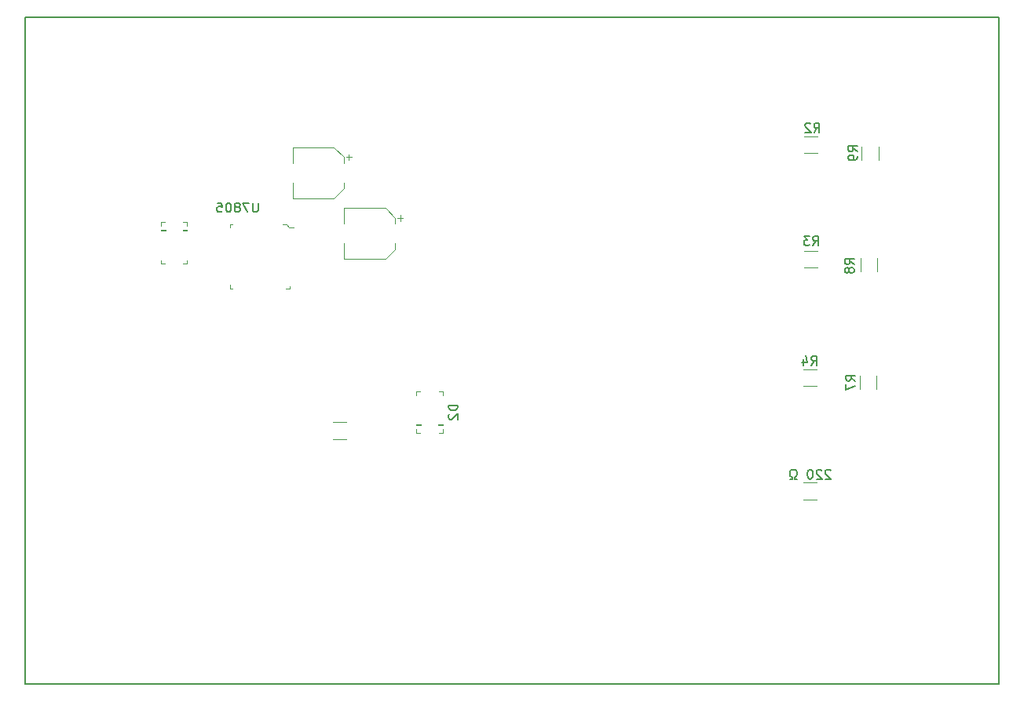
<source format=gbr>
%TF.GenerationSoftware,KiCad,Pcbnew,7.0.6*%
%TF.CreationDate,2024-03-05T09:49:15-05:00*%
%TF.ProjectId,IRON PCB 2.0,49524f4e-2050-4434-9220-322e302e6b69,rev?*%
%TF.SameCoordinates,Original*%
%TF.FileFunction,Legend,Bot*%
%TF.FilePolarity,Positive*%
%FSLAX46Y46*%
G04 Gerber Fmt 4.6, Leading zero omitted, Abs format (unit mm)*
G04 Created by KiCad (PCBNEW 7.0.6) date 2024-03-05 09:49:15*
%MOMM*%
%LPD*%
G01*
G04 APERTURE LIST*
%ADD10C,0.150000*%
%ADD11C,0.120000*%
%ADD12C,0.100000*%
%TA.AperFunction,Profile*%
%ADD13C,0.200000*%
%TD*%
G04 APERTURE END LIST*
D10*
X155994819Y-61193333D02*
X155518628Y-60860000D01*
X155994819Y-60621905D02*
X154994819Y-60621905D01*
X154994819Y-60621905D02*
X154994819Y-61002857D01*
X154994819Y-61002857D02*
X155042438Y-61098095D01*
X155042438Y-61098095D02*
X155090057Y-61145714D01*
X155090057Y-61145714D02*
X155185295Y-61193333D01*
X155185295Y-61193333D02*
X155328152Y-61193333D01*
X155328152Y-61193333D02*
X155423390Y-61145714D01*
X155423390Y-61145714D02*
X155471009Y-61098095D01*
X155471009Y-61098095D02*
X155518628Y-61002857D01*
X155518628Y-61002857D02*
X155518628Y-60621905D01*
X155423390Y-61764762D02*
X155375771Y-61669524D01*
X155375771Y-61669524D02*
X155328152Y-61621905D01*
X155328152Y-61621905D02*
X155232914Y-61574286D01*
X155232914Y-61574286D02*
X155185295Y-61574286D01*
X155185295Y-61574286D02*
X155090057Y-61621905D01*
X155090057Y-61621905D02*
X155042438Y-61669524D01*
X155042438Y-61669524D02*
X154994819Y-61764762D01*
X154994819Y-61764762D02*
X154994819Y-61955238D01*
X154994819Y-61955238D02*
X155042438Y-62050476D01*
X155042438Y-62050476D02*
X155090057Y-62098095D01*
X155090057Y-62098095D02*
X155185295Y-62145714D01*
X155185295Y-62145714D02*
X155232914Y-62145714D01*
X155232914Y-62145714D02*
X155328152Y-62098095D01*
X155328152Y-62098095D02*
X155375771Y-62050476D01*
X155375771Y-62050476D02*
X155423390Y-61955238D01*
X155423390Y-61955238D02*
X155423390Y-61764762D01*
X155423390Y-61764762D02*
X155471009Y-61669524D01*
X155471009Y-61669524D02*
X155518628Y-61621905D01*
X155518628Y-61621905D02*
X155613866Y-61574286D01*
X155613866Y-61574286D02*
X155804342Y-61574286D01*
X155804342Y-61574286D02*
X155899580Y-61621905D01*
X155899580Y-61621905D02*
X155947200Y-61669524D01*
X155947200Y-61669524D02*
X155994819Y-61764762D01*
X155994819Y-61764762D02*
X155994819Y-61955238D01*
X155994819Y-61955238D02*
X155947200Y-62050476D01*
X155947200Y-62050476D02*
X155899580Y-62098095D01*
X155899580Y-62098095D02*
X155804342Y-62145714D01*
X155804342Y-62145714D02*
X155613866Y-62145714D01*
X155613866Y-62145714D02*
X155518628Y-62098095D01*
X155518628Y-62098095D02*
X155471009Y-62050476D01*
X155471009Y-62050476D02*
X155423390Y-61955238D01*
X156114819Y-73793333D02*
X155638628Y-73460000D01*
X156114819Y-73221905D02*
X155114819Y-73221905D01*
X155114819Y-73221905D02*
X155114819Y-73602857D01*
X155114819Y-73602857D02*
X155162438Y-73698095D01*
X155162438Y-73698095D02*
X155210057Y-73745714D01*
X155210057Y-73745714D02*
X155305295Y-73793333D01*
X155305295Y-73793333D02*
X155448152Y-73793333D01*
X155448152Y-73793333D02*
X155543390Y-73745714D01*
X155543390Y-73745714D02*
X155591009Y-73698095D01*
X155591009Y-73698095D02*
X155638628Y-73602857D01*
X155638628Y-73602857D02*
X155638628Y-73221905D01*
X155114819Y-74126667D02*
X155114819Y-74793333D01*
X155114819Y-74793333D02*
X156114819Y-74364762D01*
X151656666Y-46964819D02*
X151989999Y-46488628D01*
X152228094Y-46964819D02*
X152228094Y-45964819D01*
X152228094Y-45964819D02*
X151847142Y-45964819D01*
X151847142Y-45964819D02*
X151751904Y-46012438D01*
X151751904Y-46012438D02*
X151704285Y-46060057D01*
X151704285Y-46060057D02*
X151656666Y-46155295D01*
X151656666Y-46155295D02*
X151656666Y-46298152D01*
X151656666Y-46298152D02*
X151704285Y-46393390D01*
X151704285Y-46393390D02*
X151751904Y-46441009D01*
X151751904Y-46441009D02*
X151847142Y-46488628D01*
X151847142Y-46488628D02*
X152228094Y-46488628D01*
X151275713Y-46060057D02*
X151228094Y-46012438D01*
X151228094Y-46012438D02*
X151132856Y-45964819D01*
X151132856Y-45964819D02*
X150894761Y-45964819D01*
X150894761Y-45964819D02*
X150799523Y-46012438D01*
X150799523Y-46012438D02*
X150751904Y-46060057D01*
X150751904Y-46060057D02*
X150704285Y-46155295D01*
X150704285Y-46155295D02*
X150704285Y-46250533D01*
X150704285Y-46250533D02*
X150751904Y-46393390D01*
X150751904Y-46393390D02*
X151323332Y-46964819D01*
X151323332Y-46964819D02*
X150704285Y-46964819D01*
X156334819Y-49033333D02*
X155858628Y-48700000D01*
X156334819Y-48461905D02*
X155334819Y-48461905D01*
X155334819Y-48461905D02*
X155334819Y-48842857D01*
X155334819Y-48842857D02*
X155382438Y-48938095D01*
X155382438Y-48938095D02*
X155430057Y-48985714D01*
X155430057Y-48985714D02*
X155525295Y-49033333D01*
X155525295Y-49033333D02*
X155668152Y-49033333D01*
X155668152Y-49033333D02*
X155763390Y-48985714D01*
X155763390Y-48985714D02*
X155811009Y-48938095D01*
X155811009Y-48938095D02*
X155858628Y-48842857D01*
X155858628Y-48842857D02*
X155858628Y-48461905D01*
X156334819Y-49509524D02*
X156334819Y-49700000D01*
X156334819Y-49700000D02*
X156287200Y-49795238D01*
X156287200Y-49795238D02*
X156239580Y-49842857D01*
X156239580Y-49842857D02*
X156096723Y-49938095D01*
X156096723Y-49938095D02*
X155906247Y-49985714D01*
X155906247Y-49985714D02*
X155525295Y-49985714D01*
X155525295Y-49985714D02*
X155430057Y-49938095D01*
X155430057Y-49938095D02*
X155382438Y-49890476D01*
X155382438Y-49890476D02*
X155334819Y-49795238D01*
X155334819Y-49795238D02*
X155334819Y-49604762D01*
X155334819Y-49604762D02*
X155382438Y-49509524D01*
X155382438Y-49509524D02*
X155430057Y-49461905D01*
X155430057Y-49461905D02*
X155525295Y-49414286D01*
X155525295Y-49414286D02*
X155763390Y-49414286D01*
X155763390Y-49414286D02*
X155858628Y-49461905D01*
X155858628Y-49461905D02*
X155906247Y-49509524D01*
X155906247Y-49509524D02*
X155953866Y-49604762D01*
X155953866Y-49604762D02*
X155953866Y-49795238D01*
X155953866Y-49795238D02*
X155906247Y-49890476D01*
X155906247Y-49890476D02*
X155858628Y-49938095D01*
X155858628Y-49938095D02*
X155763390Y-49985714D01*
X151526666Y-59174819D02*
X151859999Y-58698628D01*
X152098094Y-59174819D02*
X152098094Y-58174819D01*
X152098094Y-58174819D02*
X151717142Y-58174819D01*
X151717142Y-58174819D02*
X151621904Y-58222438D01*
X151621904Y-58222438D02*
X151574285Y-58270057D01*
X151574285Y-58270057D02*
X151526666Y-58365295D01*
X151526666Y-58365295D02*
X151526666Y-58508152D01*
X151526666Y-58508152D02*
X151574285Y-58603390D01*
X151574285Y-58603390D02*
X151621904Y-58651009D01*
X151621904Y-58651009D02*
X151717142Y-58698628D01*
X151717142Y-58698628D02*
X152098094Y-58698628D01*
X151193332Y-58174819D02*
X150574285Y-58174819D01*
X150574285Y-58174819D02*
X150907618Y-58555771D01*
X150907618Y-58555771D02*
X150764761Y-58555771D01*
X150764761Y-58555771D02*
X150669523Y-58603390D01*
X150669523Y-58603390D02*
X150621904Y-58651009D01*
X150621904Y-58651009D02*
X150574285Y-58746247D01*
X150574285Y-58746247D02*
X150574285Y-58984342D01*
X150574285Y-58984342D02*
X150621904Y-59079580D01*
X150621904Y-59079580D02*
X150669523Y-59127200D01*
X150669523Y-59127200D02*
X150764761Y-59174819D01*
X150764761Y-59174819D02*
X151050475Y-59174819D01*
X151050475Y-59174819D02*
X151145713Y-59127200D01*
X151145713Y-59127200D02*
X151193332Y-59079580D01*
X113264819Y-76421905D02*
X112264819Y-76421905D01*
X112264819Y-76421905D02*
X112264819Y-76660000D01*
X112264819Y-76660000D02*
X112312438Y-76802857D01*
X112312438Y-76802857D02*
X112407676Y-76898095D01*
X112407676Y-76898095D02*
X112502914Y-76945714D01*
X112502914Y-76945714D02*
X112693390Y-76993333D01*
X112693390Y-76993333D02*
X112836247Y-76993333D01*
X112836247Y-76993333D02*
X113026723Y-76945714D01*
X113026723Y-76945714D02*
X113121961Y-76898095D01*
X113121961Y-76898095D02*
X113217200Y-76802857D01*
X113217200Y-76802857D02*
X113264819Y-76660000D01*
X113264819Y-76660000D02*
X113264819Y-76421905D01*
X112360057Y-77374286D02*
X112312438Y-77421905D01*
X112312438Y-77421905D02*
X112264819Y-77517143D01*
X112264819Y-77517143D02*
X112264819Y-77755238D01*
X112264819Y-77755238D02*
X112312438Y-77850476D01*
X112312438Y-77850476D02*
X112360057Y-77898095D01*
X112360057Y-77898095D02*
X112455295Y-77945714D01*
X112455295Y-77945714D02*
X112550533Y-77945714D01*
X112550533Y-77945714D02*
X112693390Y-77898095D01*
X112693390Y-77898095D02*
X113264819Y-77326667D01*
X113264819Y-77326667D02*
X113264819Y-77945714D01*
X151356666Y-72094819D02*
X151689999Y-71618628D01*
X151928094Y-72094819D02*
X151928094Y-71094819D01*
X151928094Y-71094819D02*
X151547142Y-71094819D01*
X151547142Y-71094819D02*
X151451904Y-71142438D01*
X151451904Y-71142438D02*
X151404285Y-71190057D01*
X151404285Y-71190057D02*
X151356666Y-71285295D01*
X151356666Y-71285295D02*
X151356666Y-71428152D01*
X151356666Y-71428152D02*
X151404285Y-71523390D01*
X151404285Y-71523390D02*
X151451904Y-71571009D01*
X151451904Y-71571009D02*
X151547142Y-71618628D01*
X151547142Y-71618628D02*
X151928094Y-71618628D01*
X150499523Y-71428152D02*
X150499523Y-72094819D01*
X150737618Y-71047200D02*
X150975713Y-71761485D01*
X150975713Y-71761485D02*
X150356666Y-71761485D01*
X153440475Y-83470057D02*
X153392856Y-83422438D01*
X153392856Y-83422438D02*
X153297618Y-83374819D01*
X153297618Y-83374819D02*
X153059523Y-83374819D01*
X153059523Y-83374819D02*
X152964285Y-83422438D01*
X152964285Y-83422438D02*
X152916666Y-83470057D01*
X152916666Y-83470057D02*
X152869047Y-83565295D01*
X152869047Y-83565295D02*
X152869047Y-83660533D01*
X152869047Y-83660533D02*
X152916666Y-83803390D01*
X152916666Y-83803390D02*
X153488094Y-84374819D01*
X153488094Y-84374819D02*
X152869047Y-84374819D01*
X152488094Y-83470057D02*
X152440475Y-83422438D01*
X152440475Y-83422438D02*
X152345237Y-83374819D01*
X152345237Y-83374819D02*
X152107142Y-83374819D01*
X152107142Y-83374819D02*
X152011904Y-83422438D01*
X152011904Y-83422438D02*
X151964285Y-83470057D01*
X151964285Y-83470057D02*
X151916666Y-83565295D01*
X151916666Y-83565295D02*
X151916666Y-83660533D01*
X151916666Y-83660533D02*
X151964285Y-83803390D01*
X151964285Y-83803390D02*
X152535713Y-84374819D01*
X152535713Y-84374819D02*
X151916666Y-84374819D01*
X151297618Y-83374819D02*
X151202380Y-83374819D01*
X151202380Y-83374819D02*
X151107142Y-83422438D01*
X151107142Y-83422438D02*
X151059523Y-83470057D01*
X151059523Y-83470057D02*
X151011904Y-83565295D01*
X151011904Y-83565295D02*
X150964285Y-83755771D01*
X150964285Y-83755771D02*
X150964285Y-83993866D01*
X150964285Y-83993866D02*
X151011904Y-84184342D01*
X151011904Y-84184342D02*
X151059523Y-84279580D01*
X151059523Y-84279580D02*
X151107142Y-84327200D01*
X151107142Y-84327200D02*
X151202380Y-84374819D01*
X151202380Y-84374819D02*
X151297618Y-84374819D01*
X151297618Y-84374819D02*
X151392856Y-84327200D01*
X151392856Y-84327200D02*
X151440475Y-84279580D01*
X151440475Y-84279580D02*
X151488094Y-84184342D01*
X151488094Y-84184342D02*
X151535713Y-83993866D01*
X151535713Y-83993866D02*
X151535713Y-83755771D01*
X151535713Y-83755771D02*
X151488094Y-83565295D01*
X151488094Y-83565295D02*
X151440475Y-83470057D01*
X151440475Y-83470057D02*
X151392856Y-83422438D01*
X151392856Y-83422438D02*
X151297618Y-83374819D01*
X149821427Y-84374819D02*
X149583332Y-84374819D01*
X149583332Y-84374819D02*
X149583332Y-84184342D01*
X149583332Y-84184342D02*
X149678570Y-84136723D01*
X149678570Y-84136723D02*
X149773808Y-84041485D01*
X149773808Y-84041485D02*
X149821427Y-83898628D01*
X149821427Y-83898628D02*
X149821427Y-83660533D01*
X149821427Y-83660533D02*
X149773808Y-83517676D01*
X149773808Y-83517676D02*
X149678570Y-83422438D01*
X149678570Y-83422438D02*
X149535713Y-83374819D01*
X149535713Y-83374819D02*
X149345237Y-83374819D01*
X149345237Y-83374819D02*
X149202380Y-83422438D01*
X149202380Y-83422438D02*
X149107142Y-83517676D01*
X149107142Y-83517676D02*
X149059523Y-83660533D01*
X149059523Y-83660533D02*
X149059523Y-83898628D01*
X149059523Y-83898628D02*
X149107142Y-84041485D01*
X149107142Y-84041485D02*
X149202380Y-84136723D01*
X149202380Y-84136723D02*
X149297618Y-84184342D01*
X149297618Y-84184342D02*
X149297618Y-84374819D01*
X149297618Y-84374819D02*
X149059523Y-84374819D01*
X91720475Y-54574819D02*
X91720475Y-55384342D01*
X91720475Y-55384342D02*
X91672856Y-55479580D01*
X91672856Y-55479580D02*
X91625237Y-55527200D01*
X91625237Y-55527200D02*
X91529999Y-55574819D01*
X91529999Y-55574819D02*
X91339523Y-55574819D01*
X91339523Y-55574819D02*
X91244285Y-55527200D01*
X91244285Y-55527200D02*
X91196666Y-55479580D01*
X91196666Y-55479580D02*
X91149047Y-55384342D01*
X91149047Y-55384342D02*
X91149047Y-54574819D01*
X90768094Y-54574819D02*
X90101428Y-54574819D01*
X90101428Y-54574819D02*
X90529999Y-55574819D01*
X89577618Y-55003390D02*
X89672856Y-54955771D01*
X89672856Y-54955771D02*
X89720475Y-54908152D01*
X89720475Y-54908152D02*
X89768094Y-54812914D01*
X89768094Y-54812914D02*
X89768094Y-54765295D01*
X89768094Y-54765295D02*
X89720475Y-54670057D01*
X89720475Y-54670057D02*
X89672856Y-54622438D01*
X89672856Y-54622438D02*
X89577618Y-54574819D01*
X89577618Y-54574819D02*
X89387142Y-54574819D01*
X89387142Y-54574819D02*
X89291904Y-54622438D01*
X89291904Y-54622438D02*
X89244285Y-54670057D01*
X89244285Y-54670057D02*
X89196666Y-54765295D01*
X89196666Y-54765295D02*
X89196666Y-54812914D01*
X89196666Y-54812914D02*
X89244285Y-54908152D01*
X89244285Y-54908152D02*
X89291904Y-54955771D01*
X89291904Y-54955771D02*
X89387142Y-55003390D01*
X89387142Y-55003390D02*
X89577618Y-55003390D01*
X89577618Y-55003390D02*
X89672856Y-55051009D01*
X89672856Y-55051009D02*
X89720475Y-55098628D01*
X89720475Y-55098628D02*
X89768094Y-55193866D01*
X89768094Y-55193866D02*
X89768094Y-55384342D01*
X89768094Y-55384342D02*
X89720475Y-55479580D01*
X89720475Y-55479580D02*
X89672856Y-55527200D01*
X89672856Y-55527200D02*
X89577618Y-55574819D01*
X89577618Y-55574819D02*
X89387142Y-55574819D01*
X89387142Y-55574819D02*
X89291904Y-55527200D01*
X89291904Y-55527200D02*
X89244285Y-55479580D01*
X89244285Y-55479580D02*
X89196666Y-55384342D01*
X89196666Y-55384342D02*
X89196666Y-55193866D01*
X89196666Y-55193866D02*
X89244285Y-55098628D01*
X89244285Y-55098628D02*
X89291904Y-55051009D01*
X89291904Y-55051009D02*
X89387142Y-55003390D01*
X88577618Y-54574819D02*
X88482380Y-54574819D01*
X88482380Y-54574819D02*
X88387142Y-54622438D01*
X88387142Y-54622438D02*
X88339523Y-54670057D01*
X88339523Y-54670057D02*
X88291904Y-54765295D01*
X88291904Y-54765295D02*
X88244285Y-54955771D01*
X88244285Y-54955771D02*
X88244285Y-55193866D01*
X88244285Y-55193866D02*
X88291904Y-55384342D01*
X88291904Y-55384342D02*
X88339523Y-55479580D01*
X88339523Y-55479580D02*
X88387142Y-55527200D01*
X88387142Y-55527200D02*
X88482380Y-55574819D01*
X88482380Y-55574819D02*
X88577618Y-55574819D01*
X88577618Y-55574819D02*
X88672856Y-55527200D01*
X88672856Y-55527200D02*
X88720475Y-55479580D01*
X88720475Y-55479580D02*
X88768094Y-55384342D01*
X88768094Y-55384342D02*
X88815713Y-55193866D01*
X88815713Y-55193866D02*
X88815713Y-54955771D01*
X88815713Y-54955771D02*
X88768094Y-54765295D01*
X88768094Y-54765295D02*
X88720475Y-54670057D01*
X88720475Y-54670057D02*
X88672856Y-54622438D01*
X88672856Y-54622438D02*
X88577618Y-54574819D01*
X87339523Y-54574819D02*
X87815713Y-54574819D01*
X87815713Y-54574819D02*
X87863332Y-55051009D01*
X87863332Y-55051009D02*
X87815713Y-55003390D01*
X87815713Y-55003390D02*
X87720475Y-54955771D01*
X87720475Y-54955771D02*
X87482380Y-54955771D01*
X87482380Y-54955771D02*
X87387142Y-55003390D01*
X87387142Y-55003390D02*
X87339523Y-55051009D01*
X87339523Y-55051009D02*
X87291904Y-55146247D01*
X87291904Y-55146247D02*
X87291904Y-55384342D01*
X87291904Y-55384342D02*
X87339523Y-55479580D01*
X87339523Y-55479580D02*
X87387142Y-55527200D01*
X87387142Y-55527200D02*
X87482380Y-55574819D01*
X87482380Y-55574819D02*
X87720475Y-55574819D01*
X87720475Y-55574819D02*
X87815713Y-55527200D01*
X87815713Y-55527200D02*
X87863332Y-55479580D01*
D11*
%TO.C,R7*%
X158390000Y-73232936D02*
X158390000Y-74687064D01*
X156570000Y-73232936D02*
X156570000Y-74687064D01*
%TO.C,C2*%
X107375000Y-56215000D02*
X106750000Y-56215000D01*
X107062500Y-55902500D02*
X107062500Y-56527500D01*
X106510000Y-59595563D02*
X106510000Y-58960000D01*
X106510000Y-59595563D02*
X105445563Y-60660000D01*
X106510000Y-56204437D02*
X106510000Y-56840000D01*
X106510000Y-56204437D02*
X105445563Y-55140000D01*
X105445563Y-60660000D02*
X100990000Y-60660000D01*
X105445563Y-55140000D02*
X100990000Y-55140000D01*
X100990000Y-60660000D02*
X100990000Y-58960000D01*
X100990000Y-55140000D02*
X100990000Y-56840000D01*
D12*
%TO.C,D1*%
X84060000Y-56650000D02*
X83660000Y-56650000D01*
X84060000Y-56650000D02*
X84060000Y-57050000D01*
X81260000Y-56650000D02*
X81660000Y-56650000D01*
X81260000Y-56650000D02*
X81260000Y-57050000D01*
X84062080Y-57459820D02*
X83602340Y-57459820D01*
X83602340Y-57459820D02*
X83602340Y-57536020D01*
X81725280Y-57459820D02*
X81725280Y-57536020D01*
X81260460Y-57459820D02*
X81725280Y-57459820D01*
X84062080Y-57536020D02*
X84062080Y-57459820D01*
X83602340Y-57536020D02*
X84062080Y-57536020D01*
X81725280Y-57536020D02*
X81260460Y-57536020D01*
X81260460Y-57536020D02*
X81260460Y-57459820D01*
X84060000Y-61150000D02*
X84060000Y-60750000D01*
X84060000Y-61150000D02*
X83660000Y-61150000D01*
X81260000Y-61150000D02*
X81260000Y-60750000D01*
X81260000Y-61150000D02*
X81660000Y-61150000D01*
D11*
%TO.C,R5*%
X101259564Y-80055000D02*
X99805436Y-80055000D01*
X101259564Y-78235000D02*
X99805436Y-78235000D01*
%TO.C,C1*%
X101835000Y-49635000D02*
X101210000Y-49635000D01*
X101522500Y-49322500D02*
X101522500Y-49947500D01*
X100970000Y-53015563D02*
X100970000Y-52380000D01*
X100970000Y-53015563D02*
X99905563Y-54080000D01*
X100970000Y-49624437D02*
X100970000Y-50260000D01*
X100970000Y-49624437D02*
X99905563Y-48560000D01*
X99905563Y-54080000D02*
X95450000Y-54080000D01*
X99905563Y-48560000D02*
X95450000Y-48560000D01*
X95450000Y-54080000D02*
X95450000Y-52380000D01*
X95450000Y-48560000D02*
X95450000Y-50260000D01*
%TO.C,R2*%
X150572936Y-47390000D02*
X152027064Y-47390000D01*
X150572936Y-49210000D02*
X152027064Y-49210000D01*
%TO.C,R9*%
X158610000Y-48472936D02*
X158610000Y-49927064D01*
X156790000Y-48472936D02*
X156790000Y-49927064D01*
%TO.C,R3*%
X150562936Y-59760000D02*
X152017064Y-59760000D01*
X150562936Y-61580000D02*
X152017064Y-61580000D01*
%TO.C,R8*%
X158480000Y-60532936D02*
X158480000Y-61987064D01*
X156660000Y-60532936D02*
X156660000Y-61987064D01*
D12*
%TO.C,D2*%
X108810000Y-79410000D02*
X109210000Y-79410000D01*
X108810000Y-79410000D02*
X108810000Y-79010000D01*
X111610000Y-79410000D02*
X111210000Y-79410000D01*
X111610000Y-79410000D02*
X111610000Y-79010000D01*
X108807920Y-78600180D02*
X109267660Y-78600180D01*
X109267660Y-78600180D02*
X109267660Y-78523980D01*
X111144720Y-78600180D02*
X111144720Y-78523980D01*
X111609540Y-78600180D02*
X111144720Y-78600180D01*
X108807920Y-78523980D02*
X108807920Y-78600180D01*
X109267660Y-78523980D02*
X108807920Y-78523980D01*
X111144720Y-78523980D02*
X111609540Y-78523980D01*
X111609540Y-78523980D02*
X111609540Y-78600180D01*
X108810000Y-74910000D02*
X108810000Y-75310000D01*
X108810000Y-74910000D02*
X109210000Y-74910000D01*
X111610000Y-74910000D02*
X111610000Y-75310000D01*
X111610000Y-74910000D02*
X111210000Y-74910000D01*
D11*
%TO.C,R4*%
X150472936Y-72540000D02*
X151927064Y-72540000D01*
X150472936Y-74360000D02*
X151927064Y-74360000D01*
%TO.C,R1*%
X150502936Y-84780000D02*
X151957064Y-84780000D01*
X150502936Y-86600000D02*
X151957064Y-86600000D01*
D12*
%TO.C,U7805*%
X95120000Y-63840000D02*
X95120000Y-63540000D01*
X95080000Y-57210000D02*
X95580000Y-57210000D01*
X94780000Y-56900000D02*
X95080000Y-57210000D01*
X94720000Y-63840000D02*
X95120000Y-63840000D01*
X94400000Y-56900000D02*
X94780000Y-56900000D01*
X89000000Y-63840000D02*
X88700000Y-63840000D01*
X88700000Y-63840000D02*
X88700000Y-63440000D01*
X88700000Y-57200000D02*
X88700000Y-56900000D01*
X88700000Y-56900000D02*
X89000000Y-56900000D01*
%TD*%
D13*
X66630000Y-34550000D02*
X171630000Y-34550000D01*
X171630000Y-106550000D01*
X66630000Y-106550000D01*
X66630000Y-34550000D01*
M02*

</source>
